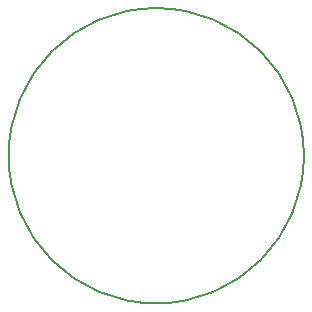
<source format=gm1>
G04 #@! TF.GenerationSoftware,KiCad,Pcbnew,8.0.5*
G04 #@! TF.CreationDate,2025-01-04T18:47:14-06:00*
G04 #@! TF.ProjectId,button_transmitter,62757474-6f6e-45f7-9472-616e736d6974,rev?*
G04 #@! TF.SameCoordinates,PX481dea0PY631a57d*
G04 #@! TF.FileFunction,Profile,NP*
%FSLAX46Y46*%
G04 Gerber Fmt 4.6, Leading zero omitted, Abs format (unit mm)*
G04 Created by KiCad (PCBNEW 8.0.5) date 2025-01-04 18:47:14*
%MOMM*%
%LPD*%
G01*
G04 APERTURE LIST*
G04 #@! TA.AperFunction,Profile*
%ADD10C,0.200000*%
G04 #@! TD*
G04 APERTURE END LIST*
D10*
X12500000Y0D02*
G75*
G02*
X-12500000Y0I-12500000J0D01*
G01*
X-12500000Y0D02*
G75*
G02*
X12500000Y0I12500000J0D01*
G01*
M02*

</source>
